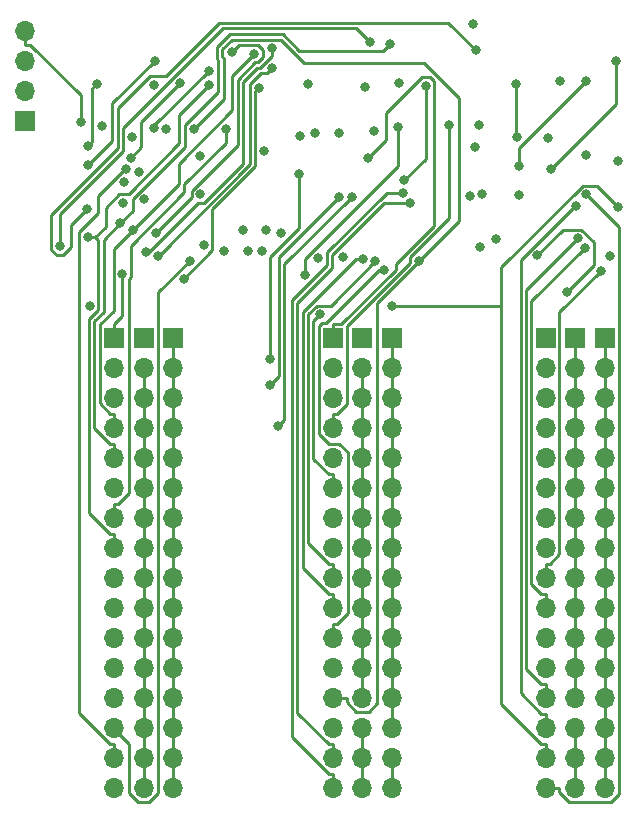
<source format=gbr>
%TF.GenerationSoftware,KiCad,Pcbnew,(6.0.2)*%
%TF.CreationDate,2023-10-23T02:54:13-04:00*%
%TF.ProjectId,USB_Splitter,5553425f-5370-46c6-9974-7465722e6b69,rev?*%
%TF.SameCoordinates,Original*%
%TF.FileFunction,Copper,L3,Inr*%
%TF.FilePolarity,Positive*%
%FSLAX46Y46*%
G04 Gerber Fmt 4.6, Leading zero omitted, Abs format (unit mm)*
G04 Created by KiCad (PCBNEW (6.0.2)) date 2023-10-23 02:54:13*
%MOMM*%
%LPD*%
G01*
G04 APERTURE LIST*
%TA.AperFunction,ComponentPad*%
%ADD10R,1.700000X1.700000*%
%TD*%
%TA.AperFunction,ComponentPad*%
%ADD11O,1.700000X1.700000*%
%TD*%
%TA.AperFunction,ViaPad*%
%ADD12C,0.800000*%
%TD*%
%TA.AperFunction,Conductor*%
%ADD13C,0.250000*%
%TD*%
G04 APERTURE END LIST*
D10*
%TO.N,PWM16*%
%TO.C,J3*%
X192025000Y-86500000D03*
D11*
%TO.N,PWM17*%
X192025000Y-89040000D03*
%TO.N,PWM18*%
X192025000Y-91580000D03*
%TO.N,PWM19*%
X192025000Y-94120000D03*
%TO.N,PWM20*%
X192025000Y-96660000D03*
%TO.N,PWM21*%
X192025000Y-99200000D03*
%TO.N,PWM22*%
X192025000Y-101740000D03*
%TO.N,PWM23*%
X192025000Y-104280000D03*
%TO.N,PWM24*%
X192025000Y-106820000D03*
%TO.N,PWM25*%
X192025000Y-109360000D03*
%TO.N,PWM26*%
X192025000Y-111900000D03*
%TO.N,PWM27*%
X192025000Y-114440000D03*
%TO.N,PWM28*%
X192025000Y-116980000D03*
%TO.N,PWM29*%
X192025000Y-119520000D03*
%TO.N,PWM30*%
X192025000Y-122060000D03*
%TO.N,PWM31*%
X192025000Y-124600000D03*
%TD*%
D10*
%TO.N,GND*%
%TO.C,J10*%
X215025000Y-86500000D03*
D11*
X215025000Y-89040000D03*
X215025000Y-91580000D03*
X215025000Y-94120000D03*
X215025000Y-96660000D03*
X215025000Y-99200000D03*
X215025000Y-101740000D03*
X215025000Y-104280000D03*
X215025000Y-106820000D03*
X215025000Y-109360000D03*
X215025000Y-111900000D03*
X215025000Y-114440000D03*
X215025000Y-116980000D03*
X215025000Y-119520000D03*
X215025000Y-122060000D03*
X215025000Y-124600000D03*
%TD*%
D10*
%TO.N,VCC*%
%TO.C,J9*%
X212525000Y-86500000D03*
D11*
X212525000Y-89040000D03*
X212525000Y-91580000D03*
X212525000Y-94120000D03*
X212525000Y-96660000D03*
X212525000Y-99200000D03*
X212525000Y-101740000D03*
X212525000Y-104280000D03*
X212525000Y-106820000D03*
X212525000Y-109360000D03*
X212525000Y-111900000D03*
X212525000Y-114440000D03*
X212525000Y-116980000D03*
X212525000Y-119520000D03*
X212525000Y-122060000D03*
X212525000Y-124600000D03*
%TD*%
D10*
%TO.N,VCC*%
%TO.C,J4*%
X194525000Y-86500000D03*
D11*
X194525000Y-89040000D03*
X194525000Y-91580000D03*
X194525000Y-94120000D03*
X194525000Y-96660000D03*
X194525000Y-99200000D03*
X194525000Y-101740000D03*
X194525000Y-104280000D03*
X194525000Y-106820000D03*
X194525000Y-109360000D03*
X194525000Y-111900000D03*
X194525000Y-114440000D03*
X194525000Y-116980000D03*
X194525000Y-119520000D03*
X194525000Y-122060000D03*
X194525000Y-124600000D03*
%TD*%
D10*
%TO.N,GND*%
%TO.C,J6*%
X178500000Y-86500000D03*
D11*
X178500000Y-89040000D03*
X178500000Y-91580000D03*
X178500000Y-94120000D03*
X178500000Y-96660000D03*
X178500000Y-99200000D03*
X178500000Y-101740000D03*
X178500000Y-104280000D03*
X178500000Y-106820000D03*
X178500000Y-109360000D03*
X178500000Y-111900000D03*
X178500000Y-114440000D03*
X178500000Y-116980000D03*
X178500000Y-119520000D03*
X178500000Y-122060000D03*
X178500000Y-124600000D03*
%TD*%
D10*
%TO.N,VCC*%
%TO.C,J5*%
X176000000Y-86500000D03*
D11*
X176000000Y-89040000D03*
X176000000Y-91580000D03*
X176000000Y-94120000D03*
X176000000Y-96660000D03*
X176000000Y-99200000D03*
X176000000Y-101740000D03*
X176000000Y-104280000D03*
X176000000Y-106820000D03*
X176000000Y-109360000D03*
X176000000Y-111900000D03*
X176000000Y-114440000D03*
X176000000Y-116980000D03*
X176000000Y-119520000D03*
X176000000Y-122060000D03*
X176000000Y-124600000D03*
%TD*%
D10*
%TO.N,GND*%
%TO.C,J1*%
X165975000Y-68120000D03*
D11*
%TO.N,SDA*%
X165975000Y-65580000D03*
%TO.N,SCL*%
X165975000Y-63040000D03*
%TO.N,VCC*%
X165975000Y-60500000D03*
%TD*%
D10*
%TO.N,GND*%
%TO.C,J7*%
X197025000Y-86500000D03*
D11*
X197025000Y-89040000D03*
X197025000Y-91580000D03*
X197025000Y-94120000D03*
X197025000Y-96660000D03*
X197025000Y-99200000D03*
X197025000Y-101740000D03*
X197025000Y-104280000D03*
X197025000Y-106820000D03*
X197025000Y-109360000D03*
X197025000Y-111900000D03*
X197025000Y-114440000D03*
X197025000Y-116980000D03*
X197025000Y-119520000D03*
X197025000Y-122060000D03*
X197025000Y-124600000D03*
%TD*%
D10*
%TO.N,PWM32*%
%TO.C,J8*%
X210025000Y-86500000D03*
D11*
%TO.N,PWM33*%
X210025000Y-89040000D03*
%TO.N,PWM34*%
X210025000Y-91580000D03*
%TO.N,PWM35*%
X210025000Y-94120000D03*
%TO.N,PWM36*%
X210025000Y-96660000D03*
%TO.N,PWM37*%
X210025000Y-99200000D03*
%TO.N,PWM38*%
X210025000Y-101740000D03*
%TO.N,PWM39*%
X210025000Y-104280000D03*
%TO.N,PWM40*%
X210025000Y-106820000D03*
%TO.N,PWM41*%
X210025000Y-109360000D03*
%TO.N,PWM42*%
X210025000Y-111900000D03*
%TO.N,PWM43*%
X210025000Y-114440000D03*
%TO.N,PWM44*%
X210025000Y-116980000D03*
%TO.N,PWM45*%
X210025000Y-119520000D03*
%TO.N,PWM46*%
X210025000Y-122060000D03*
%TO.N,PWM47*%
X210025000Y-124600000D03*
%TD*%
D10*
%TO.N,PWM0*%
%TO.C,J2*%
X173500000Y-86500000D03*
D11*
%TO.N,PWM1*%
X173500000Y-89040000D03*
%TO.N,PWM2*%
X173500000Y-91580000D03*
%TO.N,PWM3*%
X173500000Y-94120000D03*
%TO.N,PWM4*%
X173500000Y-96660000D03*
%TO.N,PWM5*%
X173500000Y-99200000D03*
%TO.N,PWM6*%
X173500000Y-101740000D03*
%TO.N,PWM7*%
X173500000Y-104280000D03*
%TO.N,PWM8*%
X173500000Y-106820000D03*
%TO.N,PWM9*%
X173500000Y-109360000D03*
%TO.N,PWM10*%
X173500000Y-111900000D03*
%TO.N,PWM11*%
X173500000Y-114440000D03*
%TO.N,PWM12*%
X173500000Y-116980000D03*
%TO.N,PWM13*%
X173500000Y-119520000D03*
%TO.N,PWM14*%
X173500000Y-122060000D03*
%TO.N,PWM15*%
X173500000Y-124600000D03*
%TD*%
D12*
%TO.N,Net-(U3-Pad27)*%
X213447500Y-71029500D03*
X186196200Y-70699600D03*
%TO.N,Net-(U3-Pad26)*%
X216181600Y-71575000D03*
X184419500Y-77379000D03*
%TO.N,A2_4*%
X216000000Y-63094200D03*
X210485100Y-72192400D03*
%TO.N,A2_3*%
X207751600Y-71925600D03*
X213448200Y-64729300D03*
%TO.N,A2_2*%
X210212200Y-69617800D03*
X211224300Y-64722300D03*
%TO.N,A2_1*%
X207612000Y-69492800D03*
X207520000Y-64998300D03*
%TO.N,A0_5*%
X176916900Y-68719900D03*
X181503100Y-63933200D03*
%TO.N,A0_4*%
X174923100Y-71239400D03*
X179071000Y-64952400D03*
%TO.N,A0_3*%
X171279700Y-71877300D03*
X176971000Y-63042200D03*
%TO.N,A0_1*%
X171277400Y-70295400D03*
X172018300Y-65016700D03*
%TO.N,A1_5*%
X198073100Y-73168000D03*
X199864100Y-65161300D03*
%TO.N,A1_4*%
X195480400Y-68971600D03*
X197585300Y-64947700D03*
%TO.N,A1_2*%
X192533900Y-69146400D03*
X194721700Y-65234100D03*
%TO.N,A1_1*%
X190519400Y-69125900D03*
X189952500Y-65051600D03*
%TO.N,PWM47*%
X213483500Y-74348400D03*
X174298000Y-73347500D03*
%TO.N,PWM46*%
X216190000Y-75426800D03*
X197017300Y-83802000D03*
%TO.N,PWM45*%
X212582000Y-75329000D03*
X181082600Y-78619500D03*
%TO.N,PWM44*%
X212739800Y-78075500D03*
X182762500Y-79155200D03*
%TO.N,PWM43*%
X185980200Y-79154700D03*
%TO.N,PWM42*%
X186368400Y-77368400D03*
X215506700Y-79584300D03*
%TO.N,PWM41*%
X213331000Y-78899200D03*
X187660800Y-77615900D03*
%TO.N,PWM40*%
X214740200Y-80812600D03*
X190792200Y-79765400D03*
%TO.N,PWM37*%
X204485900Y-78858600D03*
%TO.N,PWM36*%
X205821800Y-78130600D03*
%TO.N,PWM33*%
X207772800Y-74420500D03*
%TO.N,PWM31*%
X197958300Y-74207400D03*
X172472500Y-68600500D03*
%TO.N,PWM30*%
X198530100Y-75050500D03*
X174982900Y-69474500D03*
%TO.N,PWM29*%
X204081300Y-70334200D03*
X176845900Y-65099300D03*
%TO.N,PWM28*%
X199348500Y-79976600D03*
X180229200Y-68827300D03*
%TO.N,PWM27*%
X180802800Y-74344100D03*
%TO.N,PWM26*%
X196319100Y-80722400D03*
%TO.N,PWM25*%
X194611200Y-79817700D03*
%TO.N,PWM24*%
X195611600Y-80015000D03*
%TO.N,PWM23*%
X192870200Y-79642600D03*
%TO.N,PWM22*%
X187376400Y-93957300D03*
X193628600Y-74542500D03*
%TO.N,PWM21*%
X190952000Y-84512500D03*
X189629300Y-81179000D03*
X197500000Y-68618600D03*
%TO.N,PWM20*%
X192581200Y-74542500D03*
X186732700Y-90497400D03*
%TO.N,PWM19*%
X201890300Y-68451100D03*
%TO.N,PWM18*%
X189199800Y-69421900D03*
X204399400Y-68503000D03*
%TO.N,PWM15*%
X175566900Y-72465600D03*
%TO.N,PWM14*%
X174476300Y-72207400D03*
%TO.N,PWM13*%
X179884600Y-79973400D03*
%TO.N,PWM12*%
X176026600Y-74793400D03*
%TO.N,PWM11*%
X177012300Y-77639100D03*
X183484400Y-62289200D03*
%TO.N,PWM10*%
X179382200Y-81527900D03*
X185735400Y-65360400D03*
%TO.N,PWM9*%
X176229700Y-79229200D03*
X186864000Y-62008800D03*
%TO.N,PWM8*%
X186842100Y-63693400D03*
X177241700Y-79540000D03*
%TO.N,PWM7*%
X181550300Y-65093100D03*
X171291100Y-78009100D03*
%TO.N,PWM6*%
X182933700Y-68849900D03*
%TO.N,PWM5*%
X168914200Y-78741800D03*
X195174000Y-61454100D03*
%TO.N,PWM4*%
X174001000Y-76826300D03*
X196860000Y-61630100D03*
%TO.N,PWM3*%
X185385400Y-62459100D03*
X175066600Y-77407500D03*
%TO.N,PWM2*%
X174209600Y-75102300D03*
X203858300Y-59926700D03*
%TO.N,PWM1*%
X171213300Y-75591700D03*
X204125600Y-62153700D03*
%TO.N,PWM0*%
X174176800Y-81080400D03*
X184849700Y-79137200D03*
%TO.N,SCL*%
X204650000Y-74354700D03*
X177917300Y-68823500D03*
%TO.N,SDA*%
X180732600Y-71115600D03*
X203624000Y-74517600D03*
%TO.N,PWM17*%
X189191800Y-72673800D03*
X186732700Y-88264500D03*
%TO.N,PWM16*%
X194968300Y-71322900D03*
%TO.N,GND*%
X211874200Y-82603600D03*
X209340000Y-79529900D03*
%TO.N,VCC*%
X170655600Y-68252100D03*
X171432900Y-83841500D03*
%TD*%
D13*
%TO.N,A2_4*%
X216000000Y-66677500D02*
X216000000Y-63094200D01*
X210485100Y-72192400D02*
X216000000Y-66677500D01*
%TO.N,A2_3*%
X207751600Y-70425900D02*
X207751600Y-71925600D01*
X213448200Y-64729300D02*
X207751600Y-70425900D01*
%TO.N,A2_1*%
X207520000Y-69400800D02*
X207612000Y-69492800D01*
X207520000Y-64998300D02*
X207520000Y-69400800D01*
%TO.N,A0_5*%
X176916900Y-68519400D02*
X176916900Y-68719900D01*
X181503100Y-63933200D02*
X176916900Y-68519400D01*
%TO.N,A0_4*%
X175809800Y-68213600D02*
X179071000Y-64952400D01*
X175809800Y-70352700D02*
X175809800Y-68213600D01*
X174923100Y-71239400D02*
X175809800Y-70352700D01*
%TO.N,A0_3*%
X173356800Y-66656400D02*
X176971000Y-63042200D01*
X173356800Y-69800200D02*
X173356800Y-66656400D01*
X171279700Y-71877300D02*
X173356800Y-69800200D01*
%TO.N,A0_1*%
X171639000Y-69933800D02*
X171277400Y-70295400D01*
X171639000Y-65396000D02*
X171639000Y-69933800D01*
X172018300Y-65016700D02*
X171639000Y-65396000D01*
%TO.N,A1_5*%
X199864100Y-71377000D02*
X198073100Y-73168000D01*
X199864100Y-65161300D02*
X199864100Y-71377000D01*
%TO.N,PWM47*%
X210025000Y-124600000D02*
X211200300Y-124600000D01*
X216240600Y-77105500D02*
X213483500Y-74348400D01*
X216240600Y-125117700D02*
X216240600Y-77105500D01*
X215559300Y-125799000D02*
X216240600Y-125117700D01*
X212032000Y-125799000D02*
X215559300Y-125799000D01*
X211200300Y-124967300D02*
X212032000Y-125799000D01*
X211200300Y-124600000D02*
X211200300Y-124967300D01*
%TO.N,PWM46*%
X210025000Y-122060000D02*
X210025000Y-120884700D01*
X206279500Y-83802000D02*
X197017300Y-83802000D01*
X206279500Y-80526100D02*
X206279500Y-83802000D01*
X213185400Y-73620200D02*
X206279500Y-80526100D01*
X214383400Y-73620200D02*
X213185400Y-73620200D01*
X216190000Y-75426800D02*
X214383400Y-73620200D01*
X209657700Y-120884700D02*
X210025000Y-120884700D01*
X206279500Y-117506500D02*
X209657700Y-120884700D01*
X206279500Y-83802000D02*
X206279500Y-117506500D01*
%TO.N,PWM45*%
X210025000Y-119520000D02*
X210025000Y-118344700D01*
X212491700Y-75329000D02*
X212582000Y-75329000D01*
X207921600Y-79899100D02*
X212491700Y-75329000D01*
X207921600Y-116608600D02*
X207921600Y-79899100D01*
X209657700Y-118344700D02*
X207921600Y-116608600D01*
X210025000Y-118344700D02*
X209657700Y-118344700D01*
%TO.N,PWM44*%
X210025000Y-116980000D02*
X210025000Y-115804700D01*
X208372000Y-82443300D02*
X212739800Y-78075500D01*
X208372000Y-114519000D02*
X208372000Y-82443300D01*
X209657700Y-115804700D02*
X208372000Y-114519000D01*
X210025000Y-115804700D02*
X209657700Y-115804700D01*
%TO.N,PWM41*%
X210025000Y-109360000D02*
X210025000Y-108184700D01*
X208831000Y-83399200D02*
X213331000Y-78899200D01*
X208831000Y-107358000D02*
X208831000Y-83399200D01*
X209657700Y-108184700D02*
X208831000Y-107358000D01*
X210025000Y-108184700D02*
X209657700Y-108184700D01*
%TO.N,PWM40*%
X211200300Y-84352500D02*
X214740200Y-80812600D01*
X211200300Y-104836800D02*
X211200300Y-84352500D01*
X210392400Y-105644700D02*
X211200300Y-104836800D01*
X210025000Y-105644700D02*
X210392400Y-105644700D01*
X210025000Y-106820000D02*
X210025000Y-105644700D01*
%TO.N,PWM31*%
X192025000Y-124600000D02*
X192025000Y-123424700D01*
X196585700Y-74207400D02*
X197958300Y-74207400D01*
X191517500Y-79275600D02*
X196585700Y-74207400D01*
X191517500Y-80373700D02*
X191517500Y-79275600D01*
X188553700Y-83337500D02*
X191517500Y-80373700D01*
X188553700Y-120320700D02*
X188553700Y-83337500D01*
X191657700Y-123424700D02*
X188553700Y-120320700D01*
X192025000Y-123424700D02*
X191657700Y-123424700D01*
%TO.N,PWM30*%
X192025000Y-122060000D02*
X192025000Y-120884700D01*
X196379500Y-75050500D02*
X198530100Y-75050500D01*
X191967800Y-79462200D02*
X196379500Y-75050500D01*
X191967800Y-80560300D02*
X191967800Y-79462200D01*
X189004000Y-83524100D02*
X191967800Y-80560300D01*
X189004000Y-118231100D02*
X189004000Y-83524100D01*
X191657600Y-120884700D02*
X189004000Y-118231100D01*
X192025000Y-120884700D02*
X191657600Y-120884700D01*
%TO.N,PWM28*%
X192025000Y-116980000D02*
X193200300Y-116980000D01*
X202701800Y-76623300D02*
X199348500Y-79976600D01*
X202701800Y-66212200D02*
X202701800Y-76623300D01*
X199747900Y-63258300D02*
X202701800Y-66212200D01*
X189589700Y-63258300D02*
X199747900Y-63258300D01*
X187614800Y-61283400D02*
X189589700Y-63258300D01*
X183464300Y-61283400D02*
X187614800Y-61283400D01*
X182671000Y-62076700D02*
X183464300Y-61283400D01*
X182671000Y-62715300D02*
X182671000Y-62076700D01*
X182770400Y-62814700D02*
X182671000Y-62715300D01*
X182770400Y-66286100D02*
X182770400Y-62814700D01*
X180229200Y-68827300D02*
X182770400Y-66286100D01*
X199348500Y-79992600D02*
X199348500Y-79976600D01*
X195775000Y-83566100D02*
X199348500Y-79992600D01*
X195775000Y-117420900D02*
X195775000Y-83566100D01*
X195040600Y-118155300D02*
X195775000Y-117420900D01*
X194008200Y-118155300D02*
X195040600Y-118155300D01*
X193200300Y-117347400D02*
X194008200Y-118155300D01*
X193200300Y-116980000D02*
X193200300Y-117347400D01*
%TO.N,PWM26*%
X192025000Y-111900000D02*
X192025000Y-110724700D01*
X195936300Y-80722400D02*
X196319100Y-80722400D01*
X191420900Y-85237800D02*
X195936300Y-80722400D01*
X191126800Y-85237800D02*
X191420900Y-85237800D01*
X190834500Y-85530100D02*
X191126800Y-85237800D01*
X190834500Y-94619400D02*
X190834500Y-85530100D01*
X191679700Y-95464600D02*
X190834500Y-94619400D01*
X192577100Y-95464600D02*
X191679700Y-95464600D01*
X193275000Y-96162500D02*
X192577100Y-95464600D01*
X193275000Y-109842000D02*
X193275000Y-96162500D01*
X192392300Y-110724700D02*
X193275000Y-109842000D01*
X192025000Y-110724700D02*
X192392300Y-110724700D01*
%TO.N,PWM25*%
X192025000Y-109360000D02*
X192025000Y-108184700D01*
X193984200Y-79817700D02*
X194611200Y-79817700D01*
X189476600Y-84325300D02*
X193984200Y-79817700D01*
X189476600Y-106003600D02*
X189476600Y-84325300D01*
X191657700Y-108184700D02*
X189476600Y-106003600D01*
X192025000Y-108184700D02*
X191657700Y-108184700D01*
%TO.N,PWM24*%
X192025000Y-106820000D02*
X192025000Y-105644700D01*
X191839400Y-83787200D02*
X195611600Y-80015000D01*
X190651600Y-83787200D02*
X191839400Y-83787200D01*
X189927000Y-84511800D02*
X190651600Y-83787200D01*
X189927000Y-103914100D02*
X189927000Y-84511800D01*
X191657600Y-105644700D02*
X189927000Y-103914100D01*
X192025000Y-105644700D02*
X191657600Y-105644700D01*
%TO.N,PWM22*%
X187908400Y-80262700D02*
X193628600Y-74542500D01*
X187908400Y-93425300D02*
X187908400Y-80262700D01*
X187376400Y-93957300D02*
X187908400Y-93425300D01*
%TO.N,PWM21*%
X191657700Y-98024700D02*
X192025000Y-98024700D01*
X190377400Y-96744400D02*
X191657700Y-98024700D01*
X190377400Y-85087100D02*
X190377400Y-96744400D01*
X190952000Y-84512500D02*
X190377400Y-85087100D01*
X192025000Y-99200000D02*
X192025000Y-98024700D01*
X189629300Y-79845200D02*
X189629300Y-81179000D01*
X197500000Y-71974500D02*
X189629300Y-79845200D01*
X197500000Y-68618600D02*
X197500000Y-71974500D01*
%TO.N,PWM20*%
X187458000Y-79665700D02*
X192581200Y-74542500D01*
X187458000Y-89772100D02*
X187458000Y-79665700D01*
X186732700Y-90497400D02*
X187458000Y-89772100D01*
%TO.N,PWM19*%
X192025000Y-94120000D02*
X192025000Y-92944700D01*
X201890300Y-76335000D02*
X201890300Y-68451100D01*
X198549100Y-79676200D02*
X201890300Y-76335000D01*
X198549100Y-80155100D02*
X198549100Y-79676200D01*
X193200300Y-85503900D02*
X198549100Y-80155100D01*
X193200300Y-92136800D02*
X193200300Y-85503900D01*
X192392400Y-92944700D02*
X193200300Y-92136800D01*
X192025000Y-92944700D02*
X192392400Y-92944700D01*
%TO.N,PWM14*%
X173500000Y-122060000D02*
X173500000Y-120884700D01*
X174410300Y-72207400D02*
X174476300Y-72207400D01*
X172149300Y-74468400D02*
X174410300Y-72207400D01*
X172149300Y-75916300D02*
X172149300Y-74468400D01*
X170558900Y-77506700D02*
X172149300Y-75916300D01*
X170558900Y-118310900D02*
X170558900Y-77506700D01*
X173132700Y-120884700D02*
X170558900Y-118310900D01*
X173500000Y-120884700D02*
X173132700Y-120884700D01*
%TO.N,PWM13*%
X174750000Y-120884600D02*
X173500000Y-119634600D01*
X174750000Y-125029100D02*
X174750000Y-120884600D01*
X175512600Y-125791700D02*
X174750000Y-125029100D01*
X176484500Y-125791700D02*
X175512600Y-125791700D01*
X177250000Y-125026200D02*
X176484500Y-125791700D01*
X177250000Y-82608000D02*
X177250000Y-125026200D01*
X179884600Y-79973400D02*
X177250000Y-82608000D01*
X173500000Y-119520000D02*
X173500000Y-119634600D01*
%TO.N,PWM11*%
X180062700Y-74588700D02*
X177012300Y-77639100D01*
X180062700Y-74055200D02*
X180062700Y-74588700D01*
X183952400Y-70165500D02*
X180062700Y-74055200D01*
X183952400Y-64637500D02*
X183952400Y-70165500D01*
X185405500Y-63184400D02*
X183952400Y-64637500D01*
X185685900Y-63184400D02*
X185405500Y-63184400D01*
X186110700Y-62759600D02*
X185685900Y-63184400D01*
X186110700Y-62158600D02*
X186110700Y-62759600D01*
X185685800Y-61733700D02*
X186110700Y-62158600D01*
X184039900Y-61733700D02*
X185685800Y-61733700D01*
X183484400Y-62289200D02*
X184039900Y-61733700D01*
%TO.N,PWM10*%
X185460300Y-65635500D02*
X185735400Y-65360400D01*
X185460300Y-71986200D02*
X185460300Y-65635500D01*
X181824100Y-75622400D02*
X185460300Y-71986200D01*
X181824100Y-79086000D02*
X181824100Y-75622400D01*
X179382200Y-81527900D02*
X181824100Y-79086000D01*
%TO.N,PWM9*%
X186863900Y-62008800D02*
X186864000Y-62008800D01*
X186863900Y-62643300D02*
X186863900Y-62008800D01*
X185872500Y-63634700D02*
X186863900Y-62643300D01*
X185592100Y-63634700D02*
X185872500Y-63634700D01*
X184402700Y-64824100D02*
X185592100Y-63634700D01*
X184402700Y-71770000D02*
X184402700Y-64824100D01*
X181103300Y-75069400D02*
X184402700Y-71770000D01*
X180616300Y-75069400D02*
X181103300Y-75069400D01*
X176456500Y-79229200D02*
X180616300Y-75069400D01*
X176229700Y-79229200D02*
X176456500Y-79229200D01*
%TO.N,PWM8*%
X186450500Y-64085000D02*
X186842100Y-63693400D01*
X185915900Y-64085000D02*
X186450500Y-64085000D01*
X185010000Y-64990900D02*
X185915900Y-64085000D01*
X185010000Y-71799600D02*
X185010000Y-64990900D01*
X177269600Y-79540000D02*
X185010000Y-71799600D01*
X177241700Y-79540000D02*
X177269600Y-79540000D01*
%TO.N,PWM7*%
X173500000Y-104280000D02*
X173500000Y-103104700D01*
X171920400Y-78009100D02*
X171291100Y-78009100D01*
X172158200Y-78246900D02*
X171920400Y-78009100D01*
X172158200Y-84142000D02*
X172158200Y-78246900D01*
X171380100Y-84920100D02*
X172158200Y-84142000D01*
X171380100Y-101300300D02*
X171380100Y-84920100D01*
X173184500Y-103104700D02*
X171380100Y-101300300D01*
X173500000Y-103104700D02*
X173184500Y-103104700D01*
X179032000Y-67611400D02*
X181550300Y-65093100D01*
X179032000Y-70026300D02*
X179032000Y-67611400D01*
X174719400Y-74338900D02*
X179032000Y-70026300D01*
X173922200Y-74338900D02*
X174719400Y-74338900D01*
X172775500Y-75485600D02*
X173922200Y-74338900D01*
X172775500Y-77154000D02*
X172775500Y-75485600D01*
X171920400Y-78009100D02*
X172775500Y-77154000D01*
%TO.N,PWM6*%
X173500000Y-101740000D02*
X173500000Y-100564700D01*
X173867300Y-100564700D02*
X173500000Y-100564700D01*
X174756300Y-99675700D02*
X173867300Y-100564700D01*
X174756300Y-81526700D02*
X174756300Y-99675700D01*
X174902100Y-81380900D02*
X174756300Y-81526700D01*
X174902100Y-78723500D02*
X174902100Y-81380900D01*
X179424900Y-74200700D02*
X174902100Y-78723500D01*
X179424900Y-73504800D02*
X179424900Y-74200700D01*
X182933700Y-69996000D02*
X179424900Y-73504800D01*
X182933700Y-68849900D02*
X182933700Y-69996000D01*
%TO.N,PWM5*%
X194018000Y-60298100D02*
X195174000Y-61454100D01*
X182699600Y-60298100D02*
X194018000Y-60298100D01*
X174257500Y-68740200D02*
X182699600Y-60298100D01*
X174257500Y-70700300D02*
X174257500Y-68740200D01*
X168914200Y-76043600D02*
X174257500Y-70700300D01*
X168914200Y-78741800D02*
X168914200Y-76043600D01*
%TO.N,PWM4*%
X173500000Y-96660000D02*
X173500000Y-95484700D01*
X172608500Y-78218800D02*
X174001000Y-76826300D01*
X172608500Y-84328600D02*
X172608500Y-78218800D01*
X171830500Y-85106600D02*
X172608500Y-84328600D01*
X171830500Y-94182500D02*
X171830500Y-85106600D01*
X173132700Y-95484700D02*
X171830500Y-94182500D01*
X173500000Y-95484700D02*
X173132700Y-95484700D01*
X196292700Y-62197400D02*
X196860000Y-61630100D01*
X189165700Y-62197400D02*
X196292700Y-62197400D01*
X187762900Y-60794600D02*
X189165700Y-62197400D01*
X183314100Y-60794600D02*
X187762900Y-60794600D01*
X182206600Y-61902100D02*
X183314100Y-60794600D01*
X182206600Y-62887800D02*
X182206600Y-61902100D01*
X182297200Y-62978400D02*
X182206600Y-62887800D01*
X182297200Y-65660200D02*
X182297200Y-62978400D01*
X179482300Y-68475100D02*
X182297200Y-65660200D01*
X179482300Y-70311900D02*
X179482300Y-68475100D01*
X175074900Y-74719300D02*
X179482300Y-70311900D01*
X175074900Y-75752400D02*
X175074900Y-74719300D01*
X174001000Y-76826300D02*
X175074900Y-75752400D01*
%TO.N,PWM3*%
X173500000Y-94120000D02*
X173500000Y-92944700D01*
X173451400Y-79022700D02*
X175066600Y-77407500D01*
X173451400Y-84227300D02*
X173451400Y-79022700D01*
X172313800Y-85364900D02*
X173451400Y-84227300D01*
X172313800Y-92065900D02*
X172313800Y-85364900D01*
X173192600Y-92944700D02*
X172313800Y-92065900D01*
X173500000Y-92944700D02*
X173192600Y-92944700D01*
X183502100Y-64342400D02*
X185385400Y-62459100D01*
X183502100Y-67255700D02*
X183502100Y-64342400D01*
X178974600Y-71783200D02*
X183502100Y-67255700D01*
X178974600Y-73499500D02*
X178974600Y-71783200D01*
X175066600Y-77407500D02*
X178974600Y-73499500D01*
%TO.N,PWM1*%
X201809400Y-59837500D02*
X204125600Y-62153700D01*
X182362600Y-59837500D02*
X201809400Y-59837500D01*
X177895500Y-64304600D02*
X182362600Y-59837500D01*
X176567700Y-64304600D02*
X177895500Y-64304600D01*
X173807200Y-67065100D02*
X176567700Y-64304600D01*
X173807200Y-70467400D02*
X173807200Y-67065100D01*
X168170700Y-76103900D02*
X173807200Y-70467400D01*
X168170700Y-79050500D02*
X168170700Y-76103900D01*
X168631800Y-79511600D02*
X168170700Y-79050500D01*
X169205700Y-79511600D02*
X168631800Y-79511600D01*
X169871600Y-78845700D02*
X169205700Y-79511600D01*
X169871600Y-76933400D02*
X169871600Y-78845700D01*
X171213300Y-75591700D02*
X169871600Y-76933400D01*
%TO.N,PWM0*%
X173500000Y-86500000D02*
X173500000Y-85324700D01*
X174176800Y-84647900D02*
X174176800Y-81080400D01*
X173500000Y-85324700D02*
X174176800Y-84647900D01*
%TO.N,PWM17*%
X189191800Y-77226400D02*
X189191800Y-72673800D01*
X186732700Y-79685500D02*
X189191800Y-77226400D01*
X186732700Y-88264500D02*
X186732700Y-79685500D01*
%TO.N,PWM16*%
X192025000Y-86500000D02*
X192025000Y-85324700D01*
X196548900Y-69742300D02*
X194968300Y-71322900D01*
X196548900Y-67434700D02*
X196548900Y-69742300D01*
X199556900Y-64426700D02*
X196548900Y-67434700D01*
X200220600Y-64426700D02*
X199556900Y-64426700D01*
X200589500Y-64795600D02*
X200220600Y-64426700D01*
X200589500Y-76998900D02*
X200589500Y-64795600D01*
X197340100Y-80248300D02*
X200589500Y-76998900D01*
X197340100Y-80727200D02*
X197340100Y-80248300D01*
X192742600Y-85324700D02*
X197340100Y-80727200D01*
X192025000Y-85324700D02*
X192742600Y-85324700D01*
%TO.N,GND*%
X197025000Y-124600000D02*
X197025000Y-122060000D01*
X197025000Y-119520000D02*
X197025000Y-116980000D01*
X197025000Y-116980000D02*
X197025000Y-114440000D01*
X197025000Y-114440000D02*
X197025000Y-111900000D01*
X197025000Y-111900000D02*
X197025000Y-109360000D01*
X197025000Y-109360000D02*
X197025000Y-106820000D01*
X197025000Y-106820000D02*
X197025000Y-104280000D01*
X197025000Y-104280000D02*
X197025000Y-101740000D01*
X197025000Y-101740000D02*
X197025000Y-99200000D01*
X197025000Y-99200000D02*
X197025000Y-96660000D01*
X197025000Y-96660000D02*
X197025000Y-94120000D01*
X197025000Y-94120000D02*
X197025000Y-91580000D01*
X197025000Y-91580000D02*
X197025000Y-89040000D01*
X197025000Y-89040000D02*
X197025000Y-86500000D01*
X178500000Y-124600000D02*
X178500000Y-122060000D01*
X178500000Y-122060000D02*
X178500000Y-119520000D01*
X178500000Y-119520000D02*
X178500000Y-116980000D01*
X178500000Y-116980000D02*
X178500000Y-114440000D01*
X178500000Y-114440000D02*
X178500000Y-111900000D01*
X178500000Y-111900000D02*
X178500000Y-109360000D01*
X178500000Y-109360000D02*
X178500000Y-106820000D01*
X178500000Y-106820000D02*
X178500000Y-104280000D01*
X178500000Y-104280000D02*
X178500000Y-101740000D01*
X178500000Y-101740000D02*
X178500000Y-99200000D01*
X178500000Y-99200000D02*
X178500000Y-96660000D01*
X178500000Y-96660000D02*
X178500000Y-94120000D01*
X178500000Y-94120000D02*
X178500000Y-91580000D01*
X178500000Y-91580000D02*
X178500000Y-89040000D01*
X178500000Y-89040000D02*
X178500000Y-86500000D01*
X215025000Y-124600000D02*
X215025000Y-122060000D01*
X215025000Y-122060000D02*
X215025000Y-119520000D01*
X215025000Y-119520000D02*
X215025000Y-116980000D01*
X215025000Y-116980000D02*
X215025000Y-114440000D01*
X215025000Y-114440000D02*
X215025000Y-111900000D01*
X215025000Y-111900000D02*
X215025000Y-109360000D01*
X215025000Y-109360000D02*
X215025000Y-106820000D01*
X215025000Y-106820000D02*
X215025000Y-104280000D01*
X215025000Y-104280000D02*
X215025000Y-101740000D01*
X215025000Y-101740000D02*
X215025000Y-99200000D01*
X215025000Y-99200000D02*
X215025000Y-96660000D01*
X215025000Y-96660000D02*
X215025000Y-94120000D01*
X215025000Y-94120000D02*
X215025000Y-91580000D01*
X215025000Y-91580000D02*
X215025000Y-89040000D01*
X215025000Y-89040000D02*
X215025000Y-86500000D01*
X214095600Y-80382200D02*
X211874200Y-82603600D01*
X214095600Y-78405500D02*
X214095600Y-80382200D01*
X213035500Y-77345400D02*
X214095600Y-78405500D01*
X211524500Y-77345400D02*
X213035500Y-77345400D01*
X209340000Y-79529900D02*
X211524500Y-77345400D01*
%TO.N,VCC*%
X176000000Y-124600000D02*
X176000000Y-122060000D01*
X176000000Y-122060000D02*
X176000000Y-119520000D01*
X176000000Y-119520000D02*
X176000000Y-116980000D01*
X176000000Y-116980000D02*
X176000000Y-114440000D01*
X176000000Y-114440000D02*
X176000000Y-111900000D01*
X176000000Y-111900000D02*
X176000000Y-109360000D01*
X176000000Y-109360000D02*
X176000000Y-106820000D01*
X176000000Y-106820000D02*
X176000000Y-104280000D01*
X176000000Y-104280000D02*
X176000000Y-101740000D01*
X176000000Y-101740000D02*
X176000000Y-99200000D01*
X176000000Y-99200000D02*
X176000000Y-96660000D01*
X176000000Y-96660000D02*
X176000000Y-94120000D01*
X176000000Y-94120000D02*
X176000000Y-91580000D01*
X176000000Y-91580000D02*
X176000000Y-89040000D01*
X194525000Y-116980000D02*
X194525000Y-114440000D01*
X194525000Y-114440000D02*
X194525000Y-111900000D01*
X194525000Y-111900000D02*
X194525000Y-109360000D01*
X194525000Y-109360000D02*
X194525000Y-106820000D01*
X194525000Y-106820000D02*
X194525000Y-104280000D01*
X194525000Y-104280000D02*
X194525000Y-101740000D01*
X194525000Y-101740000D02*
X194525000Y-99200000D01*
X194525000Y-99200000D02*
X194525000Y-96660000D01*
X194525000Y-96660000D02*
X194525000Y-94120000D01*
X194525000Y-94120000D02*
X194525000Y-91580000D01*
X194525000Y-91580000D02*
X194525000Y-89040000D01*
X212525000Y-124600000D02*
X212525000Y-122060000D01*
X212525000Y-122060000D02*
X212525000Y-119520000D01*
X212525000Y-116980000D02*
X212525000Y-114440000D01*
X212525000Y-114440000D02*
X212525000Y-111900000D01*
X212525000Y-111900000D02*
X212525000Y-109360000D01*
X212525000Y-109360000D02*
X212525000Y-106820000D01*
X212525000Y-106820000D02*
X212525000Y-104280000D01*
X212525000Y-104280000D02*
X212525000Y-101740000D01*
X212525000Y-101740000D02*
X212525000Y-99200000D01*
X212525000Y-99200000D02*
X212525000Y-96660000D01*
X212525000Y-96660000D02*
X212525000Y-94120000D01*
X212525000Y-94120000D02*
X212525000Y-91580000D01*
X212525000Y-91580000D02*
X212525000Y-89040000D01*
X212525000Y-89040000D02*
X212525000Y-86500000D01*
X170655600Y-65988600D02*
X170655600Y-68252100D01*
X166342300Y-61675300D02*
X170655600Y-65988600D01*
X165975000Y-61675300D02*
X166342300Y-61675300D01*
X165975000Y-60500000D02*
X165975000Y-61675300D01*
X194525000Y-119520000D02*
X194525000Y-122060000D01*
X194525000Y-122060000D02*
X194525000Y-124600000D01*
%TD*%
M02*

</source>
